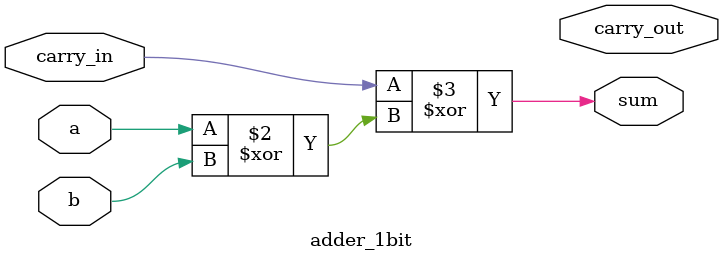
<source format=sv>
module adder_1bit (
    input reg a,
    input reg b,
    input reg carry_in,
    output reg sum,
    output reg carry_out
);

    always_comb begin
        sum = carry_in ^ (a ^ b);
        cout = ((! carry_in) & b & a) | (carry_in & (b | a));
    end

endmodule
</source>
